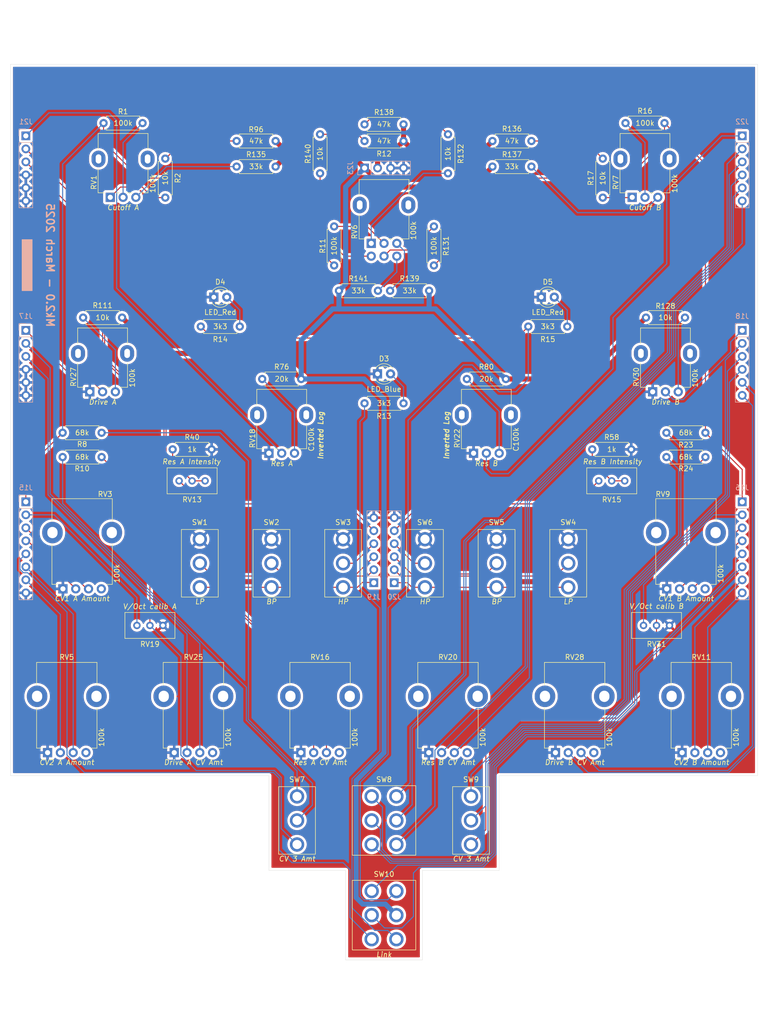
<source format=kicad_pcb>
(kicad_pcb (version 20241229) (generator "pcbnew") (generator_version "9.0")
  (title_block (rev "1") (company "DMH Instruments") (comment 1 "15cm Kosmo format synthesizer module PCB"))
  (layers (0 "F.Cu" signal) (2 "B.Cu" signal) (13 "F.Paste" user) (15 "B.Paste" user) (5 "F.SilkS" user "F.Silkscreen") (7 "B.SilkS" user "B.Silkscreen") (1 "F.Mask" user) (3 "B.Mask" user) (25 "Edge.Cuts" user))
  (net 0 "")
  (net 1 "GND")
  (net 2 "+12V")
  (net 3 "-12V")
  (net 4 "Net-(J15B-Pin_2)")
  (net 5 "Net-(J15A-Pin_1)")
  (net 6 "Net-(J16C-Pin_3)")
  (net 7 "/CV Processing/Link CV Switch")
  (net 8 "Net-(J16B-Pin_2)")
  (net 9 "/Drive A/Drive CV Input")
  (net 10 "Net-(J17C-Pin_3)")
  (net 11 "/Drive B/Drive CV Input")
  (net 12 "Net-(J18C-Pin_3)")
  (net 13 "/Drive A/Drive CV")
  (net 14 "Net-(J19A-Pin_1)")
  (net 15 "Net-(J19D-Pin_4)")
  (net 16 "Net-(J19B-Pin_2)")
  (net 17 "Net-(J19C-Pin_3)")
  (net 18 "Net-(J20B-Pin_2)")
  (net 19 "Net-(J20C-Pin_3)")
  (net 20 "Net-(J20D-Pin_4)")
  (net 21 "Net-(J20A-Pin_1)")
  (net 22 "Net-(J21A-Pin_1)")
  (net 23 "Net-(J21C-Pin_3)")
  (net 24 "Net-(R1-Pad1)")
  (net 25 "Net-(R2-Pad1)")
  (net 26 "Net-(J22C-Pin_3)")
  (net 27 "/Resonance A CV/Res CV")
  (net 28 "Net-(J17A-Pin_1)")
  (net 29 "Net-(R76-Pad1)")
  (net 30 "Net-(R17-Pad1)")
  (net 31 "Net-(J15G-Pin_7)")
  (net 32 "Net-(R111-Pad1)")
  (net 33 "Net-(R128-Pad1)")
  (net 34 "Net-(R16-Pad1)")
  (net 35 "Net-(D3-A)")
  (net 36 "Net-(D4-A)")
  (net 37 "Net-(D5-A)")
  (net 38 "/CV Processing/CV A")
  (net 39 "/Inputs and Outputs A/Res CV Jack")
  (net 40 "/CV Processing/CV2 A Input")
  (net 41 "/CV Processing/CV1 A Input")
  (net 42 "/Inputs and Outputs B/Res CV Jack")
  (net 43 "/CV Processing/CV2 B Input")
  (net 44 "/CV Processing/CV1 B Input")
  (net 45 "Net-(SW7-B)")
  (net 46 "Net-(SW7-A)")
  (net 47 "Net-(R11-Pad1)")
  (net 48 "Net-(R12-Pad1)")
  (net 49 "Net-(R13-Pad1)")
  (net 50 "Net-(R14-Pad1)")
  (net 51 "/CV Processing/CV B")
  (net 52 "Net-(SW9-B)")
  (net 53 "Net-(SW9-A)")
  (net 54 "Net-(R80-Pad1)")
  (net 55 "Net-(J15D-Pin_4)")
  (net 56 "Net-(J16G-Pin_7)")
  (net 57 "Net-(J18A-Pin_1)")
  (net 58 "Net-(J18E-Pin_5)")
  (net 59 "Net-(J18B-Pin_2)")
  (net 60 "Net-(J22A-Pin_1)")
  (net 61 "Net-(J22E-Pin_5)")
  (net 62 "Net-(J22B-Pin_2)")
  (net 63 "Net-(J16A-Pin_1)")
  (net 64 "Net-(R131-Pad1)")
  (net 65 "Net-(R132-Pad1)")
  (net 66 "Net-(J19E-Pin_5)")
  (net 67 "Net-(J20E-Pin_5)")
  (net 68 "Net-(R2-Pad2)")
  (net 69 "Net-(SW7-C)")
  (net 70 "Net-(R136-Pad2)")
  (net 71 "Net-(SW9-C)")
  (net 72 "Net-(R40-Pad1)")
  (net 73 "Net-(R58-Pad1)")
  (net 74 "Net-(R132-Pad2)")
  (net 75 "Net-(R137-Pad2)")
  (net 76 "Net-(R139-Pad1)")
  (net 77 "Net-(R140-Pad1)")
  (net 78 "Net-(R141-Pad2)")
  (net 79 "Net-(R135-Pad1)")
  (footprint "Resistor_THT:R_Axial_DIN0207_L6.3mm_D2.5mm_P7.62mm_Horizontal" (layer "F.Cu") (at 96.19 57.5)
    (property "Reference" "R12")
    (property "Value" "47k")
  )
  (footprint "SynthStuff:Potentiometer_TT_P110KH1" (layer "F.Cu") (at 60.25 177)
    (property "Reference" "RV25")
    (property "Value" "100k")
  )
  (footprint "LED_THT:LED_D3.0mm" (layer "F.Cu") (at 66.73 88)
    (property "Reference" "D4")
    (property "Value" "LED_Red")
  )
  (footprint "SynthStuff:Potentiometer_TT_P110KH1" (layer "F.Cu") (at 156.5 145)
    (property "Reference" "RV9")
    (property "Value" "100k")
  )
  (footprint "SynthStuff:Toggle_Switch_TE" (layer "F.Cu") (at 136 140)
    (property "Reference" "SW4")
    (property "Value" "SW_SPDT")
  )
  (footprint "SynthStuff:Potentiometer_TT_P110KH1" (layer "F.Cu") (at 159.5 177)
    (property "Reference" "RV11")
    (property "Value" "100k")
  )
  (footprint "Resistor_THT:R_Axial_DIN0207_L6.3mm_D2.5mm_P7.62mm_Horizontal" (layer "F.Cu") (at 112.5 63.81 90)
    (property "Reference" "R132")
    (property "Value" "10k")
  )
  (footprint "Resistor_THT:R_Axial_DIN0207_L6.3mm_D2.5mm_P7.62mm_Horizontal" (layer "F.Cu") (at 155.19 119.25)
    (property "Reference" "R24")
    (property "Value" "68k")
  )
  (footprint "SynthStuff:Potentiometer_Alpha_RD901F-40-00D_Single_Vertical" (layer "F.Cu") (at 148.5 68.5 90)
    (property "Reference" "RV7")
    (property "Value" "100k")
  )
  (footprint "Resistor_THT:R_Axial_DIN0207_L6.3mm_D2.5mm_P7.62mm_Horizontal" (layer "F.Cu") (at 121.19 57.5)
    (property "Reference" "R136")
    (property "Value" "47k")
  )
  (footprint "Potentiometer_THT:Potentiometer_Bourns_3296W_Vertical" (layer "F.Cu") (at 59.95 123.9 180)
    (property "Reference" "RV13")
    (property "Value" "50k" (hide yes))
  )
  (footprint "Resistor_THT:R_Axial_DIN0207_L6.3mm_D2.5mm_P7.62mm_Horizontal" (layer "F.Cu") (at 52.81 54 180)
    (property "Reference" "R1")
    (property "Value" "100k")
  )
  (footprint "Resistor_THT:R_Axial_DIN0207_L6.3mm_D2.5mm_P7.62mm_Horizontal" (layer "F.Cu") (at 96.19 54.25)
    (property "Reference" "R138")
    (property "Value" "47k")
  )
  (footprint "SynthStuff:Potentiometer_Alpha_RD901F-40-00D_Single_Vertical" (layer "F.Cu") (at 77.5 118.5 90)
    (property "Reference" "RV18")
    (property "Value" "C100k")
  )
  (footprint "Potentiometer_THT:Potentiometer_Bourns_3296W_Vertical" (layer "F.Cu") (at 51.71 152.15 180)
    (property "Reference" "RV19")
    (property "Value" "100k" (hide yes))
  )
  (footprint "Resistor_THT:R_Axial_DIN0207_L6.3mm_D2.5mm_P7.62mm_Horizontal" (layer "F.Cu") (at 90.25 74.19 -90)
    (property "Reference" "R11")
    (property "Value" "100k")
  )
  (footprint "Resistor_THT:R_Axial_DIN0207_L6.3mm_D2.5mm_P7.62mm_Horizontal" (layer "F.Cu") (at 96.19 108.75)
    (property "Reference" "R13")
    (property "Value" "3k3")
  )
  (footprint "Potentiometer_THT:Potentiometer_Bourns_3296W_Vertical" (layer "F.Cu") (at 141.96 123.9 180)
    (property "Reference" "RV15")
    (property "Value" "50k" (hide yes))
  )
  (footprint "Resistor_THT:R_Axial_DIN0207_L6.3mm_D2.5mm_P7.62mm_Horizontal" (layer "F.Cu") (at 37.19 119.25)
    (property "Reference" "R10")
    (property "Value" "68k")
  )
  (footprint "SynthStuff:Potentiometer_Alpha_RD901F-40-00D_Single_Vertical" (layer "F.Cu") (at 42.5 106.5 90)
    (property "Reference" "RV27")
    (property "Value" "100k")
  )
  (footprint "SynthStuff:Toggle_Switch_TE" (layer "F.Cu") (at 64 140)
    (property "Reference" "SW1")
    (property "Value" "SW_SPDT")
  )
  (footprint "Resistor_THT:R_Axial_DIN0207_L6.3mm_D2.5mm_P7.62mm_Horizontal" (layer "F.Cu") (at 71.19 62.5)
    (property "Reference" "R135")
    (property "Value" "33k")
  )
  (footprint "LED_THT:LED_D3.0mm" (layer "F.Cu") (at 130.73 88)
    (property "Reference" "D5")
    (property "Value" "LED_Red")
  )
  (footprint "SynthStuff:Toggle_Switch_TE" (layer "F.Cu") (at 108 140)
    (property "Reference" "SW6")
    (property "Value" "SW_SPDT")
  )
  (footprint "Resistor_THT:R_Axial_DIN0207_L6.3mm_D2.5mm_P7.62mm_Horizontal" (layer "F.Cu") (at 101.19 86.75)
    (property "Reference" "R139")
    (property "Value" "33k")
  )
  (footprint "SynthStuff:Potentiometer_TT_P110KH1" (layer "F.Cu") (at 110 177)
    (property "Reference" "RV20")
    (property "Value" "100k")
  )
  (footprint "SynthStuff:Potentiometer_Alpha_RD901F-40-00D_Single_Vertical" (layer "F.Cu") (at 117.5 118.5 90)
    (property "Reference" "RV22")
    (property "Value" "C100k")
  )
  (footprint "Resistor_THT:R_Axial_DIN0207_L6.3mm_D2.5mm_P7.62mm_Horizontal" (layer "F.Cu") (at 116.19 104)
    (property "Reference" "R80")
    (property "Value" "20k")
  )
  (footprint "Resistor_THT:R_Axial_DIN0207_L6.3mm_D2.5mm_P7.62mm_Horizontal" (layer "F.Cu") (at 58.69 117.75)
    (property "Reference" "R40")
    (property "Value" "1k")
  )
  (footprint "Resistor_THT:R_Axial_DIN0207_L6.3mm_D2.5mm_P7.62mm_Horizontal" (layer "F.Cu") (at 78.81 57.5 180)
    (property "Reference" "R96")
    (property "Value" "47k")
  )
  (footprint "Potentiometer_THT:Potentiometer_Bourns_3296W_Vertical" (layer "F.Cu") (at 150.71 152.15 180)
    (property "Reference" "RV31")
    (property "Value" "100k" (hide yes))
  )
  (footprint "SynthStuff:Toggle_Switch_TE" (layer "F.Cu") (at 122 140)
    (property "Reference" "SW5")
    (property "Value" "SW_SPDT")
  )
  (footprint "Resistor_THT:R_Axial_DIN0207_L6.3mm_D2.5mm_P7.62mm_Horizontal" (layer "F.Cu") (at 121.19 62.5)
    (property "Reference" "R137")
    (property "Value" "33k")
  )
  (footprint "Resistor_THT:R_Axial_DIN0207_L6.3mm_D2.5mm_P7.62mm_Horizontal" (layer "F.Cu") (at 142.75 68.56 90)
    (property "Reference" "R17")
    (property "Value" "10k")
  )
  (footprint "Resistor_THT:R_Axial_DIN0207_L6.3mm_D2.5mm_P7.62mm_Horizontal" (layer "F.Cu") (at 162.81 114.5 180)
    (property "Reference" "R23")
    (property "Value" "68k")
  )
  (footprint "Resistor_THT:R_Axial_DIN0207_L6.3mm_D2.5mm_P7.62mm_Horizontal" (layer "F.Cu") (at 41.19 92)
    (property "Reference" "R111")
    (property "Value" "10k")
  )
  (footprint "Resistor_THT:R_Axial_DIN0207_L6.3mm_D2.5mm_P7.62mm_Horizontal" (layer "F.Cu") (at 76.19 104)
    (property "Reference" "R76")
    (property "Value" "20k")
  )
  (footprint "SynthStuff:Toggle_Switch_TE" (layer "F.Cu") (at 92 140)
    (property "Reference" "SW3")
    (property "Value" "SW_SPDT")
  )
  (footprint "Resistor_THT:R_Axial_DIN0207_L6.3mm_D2.5mm_P7.62mm_Horizontal" (layer "F.Cu") (at 158.81 92 180)
    (property "Reference" "R128")
    (property "Value" "10k")
  )
  (footprint "SynthStuff:Potentiometer_TT_P110KH1" (layer "F.Cu") (at 85 177)
    (property "Reference" "RV16")
    (property "Value" "100k")
  )
  (footprint "SynthStuff:Potentiometer_TT_P110KH1" (layer "F.Cu") (at 134.75 177)
    (property "Reference" "RV28")
    (property "Value" "100k")
  )
  (footprint "LED_THT:LED_D3.0mm" (layer "F.Cu") (at 98.73 103)
    (property "Reference" "D3")
    (property "Value" "LED_Blue")
  )
  (footprint "SynthStuff:Toggle_Switch_2_Poles_TE" (layer "F.Cu") (at 100 190.25)
    (property "Reference" "SW8")
    (property "Value" "SW_DPDT_x2")
  )
  (footprint "Resistor_THT:R_Axial_DIN0207_L6.3mm_D2.5mm_P7.62mm_Horizontal" (layer "F.Cu") (at 37.19 114.5)
    (property "Reference" "R8")
    (property "Value" "68k")
  )
  (footprint "SynthStuff:Toggle_Switch_TE" (layer "F.Cu") (at 78 140)
    (property "Reference" "SW2")
    (property "Value" "SW_SPDT")
  )
  (footprint "Resistor_THT:R_Axial_DIN0207_L6.3mm_D2.5mm_P7.62mm_Horizontal" (layer "F.Cu") (at 140.69 117.75)
    (property "Reference" "R58")
    (property "Value" "1k")
  )
  (footprint "SynthStuff:Potentiometer_Alpha_RD901F-40-00D_Single_Vertical" (layer "F.Cu") (at 152.5 106.5 90)
    (property "Reference" "RV30")
    (property "Value" "100k")
  )
  (footprint "Resistor_THT:R_Axial_DIN0207_L6.3mm_D2.5mm_P7.62mm_Horizontal" (layer "F.Cu") (at 128.19 93.75)
    (property "Reference" "R15")
    (property "Value" "3k3")
  )
  (footprint "SynthStuff:Potentiometer_TT_P110KH1" (layer "F.Cu") (at 38.5 145)
    (property "Reference" "RV3")
    (property "Value" "100k")
  )
  (footprint "Resistor_THT:R_Axial_DIN0207_L6.3mm_D2.5mm_P7.62mm_Horizontal" (layer "F.Cu") (at 109.75 74.19 -90)
    (property "Reference" "R131")
    (property "Value" "100k")
  )
  (footprint "SynthStuff:Toggle_Switch_TE" (layer "F.Cu") (at 83 190.25)
    (property "Reference" "SW7")
    (property "Value" "SW_SPDT_OnOffOn" (hide yes))
  )
  (footprint "Potentiometer_THT:Potentiometer_Alpha_RD902F-40-00D_Dual_Vertical" (layer "F.Cu") (at 97.5 77.5 90)
    (property "Reference" "RV6")
    (property "Value" "100k")
  )
  (footprint "SynthStuff:Potentiometer_TT_P110KH1" (layer "F.Cu") (at 35.5 177)
    (property "Reference" "RV5")
    (property "Value" "100k")
  )
  (footprint "SynthStuff:Potentiometer_Alpha_RD901F-40-00D_Single_Vertical" (layer "F.Cu") (at 46.5 68.5 90)
    (property "Reference" "RV1")
    (property "Value" "100k")
  )
  (footprint "SynthStuff:Toggle_Switch_2_Poles_TE" (layer "F.Cu") (at 100 208.75)
    (property "Reference" "SW10")
    (property "Value" "SW_DPDT_OnOn")
  )
  (footprint "Resistor_THT:R_Axial_DIN0207_L6.3mm_D2.5mm_P7.62mm_Horizontal" (layer "F.Cu") (at 87.5 63.81 90)
    (property "Reference" "R140")
    (property "Value" "10k")
  )
  (footprint "Resistor_THT:R_Axial_DIN0207_L6.3mm_D2.5mm_P7.62mm_Horizontal" (layer "F.Cu") (at 57.25 68.56 90)
    (property "Reference" "R2")
    (property "Value" "10k")
  )
  (footprint "Resistor_THT:R_Axial_DIN0207_L6.3mm_D2.5mm_P7.62mm_Horizontal" (layer "F.Cu") (at 147.19 54)
    (property "Reference" "R16")
    (property "Value" "100k")
  )
  (footprint "Resistor_THT:R_Axial_DIN0207_L6.3mm_D2.5mm_P7.62mm_Horizontal" (layer "F.Cu") (at 64.19 93.75)
    (property "Reference" "R14")
    (property "Value" "3k3")
  )
  (footprint "Resistor_THT:R_Axial_DIN0207_L6.3mm_D2.5mm_P7.62mm_Horizontal" (layer "F.Cu") (at 91.19 86.75)
    (property "Reference" "R141")
    (property "Value" "33k")
  )
  (footprint "SynthStuff:Toggle_Switch_TE" (layer "F.Cu") (at 117 190.25)
    (property "Reference" "SW9")
    (property "Value" "SW_SPDT_OnOffOn" (hide yes))
  )
  (footprint "Connector_PinSocket_2.54mm:PinSocket_1x06_P2.54mm_Vertical" (layer "B.Cu") (at 170 94.5 180)
    (property "Reference" "J18")
    (property "Value" "Conn_01x06_PinHeader" (hide yes))
  )
  (footprint "Connector_PinSocket_2.54mm:PinSocket_1x08_P2.54mm_Vertical" (layer "B.Cu") (at 170 128 180)
    (property "Reference" "J16")
    (property "Value" "Conn_01x08_PinHeader" (hide yes))
  )
  (footprint "Connector_PinSocket_2.54mm:PinSocket_1x06_P2.54mm_Vertical" (layer "B.Cu") (at 102 143.8)
    (property "Reference" "J20")
    (property "Value" "Conn_01x06_PinHeader" (hide yes))
  )
  (footprint "Connector_PinSocket_2.54mm:PinSocket_1x04_P2.54mm_Vertical" (layer "B.Cu") (at 96.2 62.775 -90)
    (property "Reference" "J23")
    (property "Value" "Conn_01x04_PinHeader" (hide yes))
  )
  (footprint "Connector_PinSocket_2.54mm:PinSocket_1x06_P2.54mm_Vertical" (layer "B.Cu") (at 98 143.8)
    (property "Reference" "J19")
    (property "Value" "Conn_01x06_PinHeader" (hide yes))
  )
  (footprint "Connector_PinSocket_2.54mm:PinSocket_1x08_P2.54mm_Vertical" (layer "B.Cu") (at 30 128 180)
    (property "Reference" "J15")
    (property "Value" "Conn_01x08_PinHeader" (hide yes))
  )
  (footprint "Connector_PinSocket_2.54mm:PinSocket_1x06_P2.54mm_Vertical" (layer "B.Cu") (at 170 56.5 180)
    (property "Reference" "J22")
    (property "Value" "Conn_01x06_PinHeader" (hide yes))
  )
  (footprint "Connector_PinSocket_2.54mm:PinSocket_1x06_P2.54mm_Vertical" (layer "B.Cu") (at 30 56.5 180)
    (property "Reference" "J21")
    (property "Value" "Conn_01x06_PinHeader" (hide yes))
  )
  (footprint "Connector_PinSocket_2.54mm:PinSocket_1x06_P2.54mm_Vertical" (layer "B.Cu") (at 30 94.5 180)
    (property "Reference" "J17")
    (property "Value" "Conn_01x06_PinHeader" (hide yes))
  )
  (gr_rect (start 29.25 76.75) (end 31.25 86.75) (stroke (width 0.1)) (fill yes) (layer "B.SilkS"))
  (gr_line (start 122.5 200) (end 122.5 181.5) (stroke (width 0.05)) (layer "Edge.Cuts"))
  (gr_line (start 77.5 200) (end 92.5 200) (stroke (width 0.05)) (layer "Edge.Cuts"))
  (gr_line (start 27 181.5) (end 77.5 181.5) (stroke (width 0.05)) (layer "Edge.Cuts"))
  (gr_line (start 92.5 200) (end 92.5 217.5) (stroke (width 0.05)) (layer "Edge.Cuts"))
  (gr_line (start 173 42.5) (end 27 42.5) (stroke (width 0.05)) (layer "Edge.Cuts"))
  (gr_line (start 173 181.5) (end 173 42.5) (stroke (width 0.05)) (layer "Edge.Cuts"))
  (gr_line (start 92.5 217.5) (end 107.5 217.5) (stroke (width 0.05)) (layer "Edge.Cuts"))
  (gr_line (start 122.5 181.5) (end 173 181.5) (stroke (width 0.05)) (layer "Edge.Cuts"))
  (gr_line (start 107.5 200) (end 122.5 200) (stroke (width 0.05)) (layer "Edge.Cuts"))
  (gr_line (start 107.5 217.5) (end 107.5 200) (stroke (width 0.05)) (layer "Edge.Cuts"))
  (gr_line (start 77.5 181.5) (end 77.5 200) (stroke (width 0.05)) (layer "Edge.Cuts"))
  (gr_line (start 27 42.5) (end 27 181.5) (stroke (width 0.05)) (layer "Edge.Cuts"))
  (gr_text "Inverted Log" (at 112.8 119.8 90) (layer "F.SilkS") (effects (font (size 1 1) (thickness 0.2) (bold yes) (italic yes)) (justify left bottom)))
  (gr_text "Inverted Log" (at 88.2 119.8 90) (layer "F.SilkS") (effects (font (size 1 1) (thickness 0.2) (bold yes) (italic yes)) (justify left bottom)))
  (gr_text "Mk2.0 - March 2025" (at 34.75 81.75 270) (layer "B.SilkS") (effects (font (size 1.5 1.5) (thickness 0.3) (bold yes)) (justify mirror)))
  (segment (start 123.81 104) (end 139.19 104) (width 1) (layer "F.Cu") (net 2))
  (segment (start 80.56 60.75) (end 94.175 60.75) (width 1) (layer "F.Cu") (net 2))
  (segment (start 78.81 62.5) (end 80.56 60.75) (width 1) (layer "F.Cu") (net 2))
  (segment (start 55.81 99) (end 48.81 92) (width 1) (layer "F.Cu") (net 2))
  (segment (start 139.19 104) (end 151.19 92) (width 1) (layer "F.Cu") (net 2))
  (segment (start 78.81 99) (end 55.81 99) (width 1) (layer "F.Cu") (net 2))
  (segment (start 99.925 66.5) (end 117.25 66.5) (width 1) (layer "F.Cu") (net 2))
  (segment (start 117.25 66.5) (end 121.19 62.56) (width 1) (layer "F.Cu") (net 2))
  (segment (start 83.81 104) (end 78.81 99) (width 1) (layer "F.Cu") (net 2))
  (segment (start 94.175 60.75) (end 96.2 62.775) (width 1) (layer "F.Cu") (net 2))
  (segment (start 96.2 62.775) (end 99.925 66.5) (width 1) (layer "F.Cu") (net 2))
  (segment (start 121.19 62.56) (end 121.19 62.5) (width 1) (layer "F.Cu") (net 2))
  (segment (start 95.837 206.587) (end 100.25 206.587) (width 1) (layer "B.Cu") (net 2))
  (segment (start 123.81 104) (end 123.75 104) (width 1) (layer "B.Cu") (net 2))
  (segment (start 100.25 206.587) (end 102.413 208.75) (width 1) (layer "B.Cu") (net 2))
  (segment (start 92.5 66.475) (end 96.2 62.775) (width 1) (layer "B.Cu") (net 2))
  (segment (start 91.19 86.75) (end 91.19 90.25) (width 1) (layer "B.Cu") (net 2))
  (segment (start 94.55 205.3) (end 95.837 206.587) (width 1) (layer "B.Cu") (net 2))
  (segment (start 83.81 96.44) (end 83.81 104) (width 1) (layer "B.Cu") (net 2))
  (segment (start 48.81 91.94) (end 48.81 92) (width 1) (layer "B.Cu") (net 2))
  (segment (start 123.75 104) (end 110.06 90.31) (width 1) (layer "B.Cu") (net 2))
  (segment (start 100 107.9) (end 100 177) (width 1) (layer "B.Cu") (net 2))
  (segment (start 83.81 104) (end 96.1 104) (width 1) (layer "B.Cu") (net 2))
  (segment (start 110.06 90.31) (end 108.75 90.31) (width 1) (layer "B.Cu") (net 2))
  (segment (start 91.19 86.75) (end 92.5 85.44) (width 1) (layer "B.Cu") (net 2))
  (segment (start 89.94 90.31) (end 83.81 96.44) (width 1) (layer "B.Cu") (net 2))
  (segment (start 108.81 86.75) (end 108.81 90.25) (width 1) (layer "B.Cu") (net 2))
  (segment (start 91.25 90.31) (end 89.94 90.31) (width 1) (layer "B.Cu") (net 2))
  (segment (start 94.55 182.45) (end 94.55 205.3) (width 1) (layer "B.Cu") (net 2))
  (segment (start 108.75 90.31) (end 91.25 90.31) (width 1) (layer "B.Cu") (net 2))
  (segment (start 91.19 90.25) (end 91.25 90.31) (width 1) (layer "B.Cu") (net 2))
  (segment (start 100 177) (end 94.55 182.45) (width 1) (layer "B.Cu") (net 2))
  (segment (start 96.1 104) (end 100 107.9) (width 1) (layer "B.Cu") (net 2))
  (segment (start 92.5 85.44) (end 92.5 66.475) (width 1) (layer "B.Cu") (net 2))
  (segment (start 108.81 90.25) (end 108.75 90.31) (width 1) (layer "B.Cu") (net 2))
  (segment (start 98.74 59.26) (end 98.75 59.25) (width 1) (layer "F.Cu") (net 3))
  (segment (start 102.06 59.25) (end 103.81 57.5) (width 1) (layer "F.Cu") (net 3))
  (segment (start 103.81 57.5) (end 105.56 59.25) (width 1) (layer "F.Cu") (net 3))
  (segment (start 119.44 59.25) (end 121.19 57.5) (width 1) (layer "F.Cu") (net 3))
  (segment (start 105.56 59.25) (end 119.44 59.25) (width 1) (layer "F.Cu") (net 3))
  (segment (start 98.75 59.25) (end 102.06 59.25) (width 1) (layer "F.Cu") (net 3))
  (segment (start 103.81 57.5) (end 103.81 54.25) (width 1) (layer "F.Cu") (net 3))
  (segment (start 98.74 62.775) (end 98.74 59.26) (width 1) (layer "F.Cu") (net 3))
  (segment (start 78.81 57.5) (end 80.56 59.25) (width 1) (layer "F.Cu") (net 3))
  (segment (start 80.56 59.25) (end 98.75 59.25) (width 1) (layer "F.Cu") (net 3))
  (segment (start 35.54 130.54) (end 51.71 146.71) (width 0.2) (layer "B.Cu") (net 4))
  (segment (start 30 130.54) (end 35.54 130.54) (width 0.2) (layer "B.Cu") (net 4))
  (segment (start 51.71 146.71) (end 51.71 152.15) (width 0.2) (layer "B.Cu") (net 4))
  (segment (start 45.19 57.69) (end 52.25 64.75) (width 0.2) (layer "F.Cu") (net 5))
  (segment (start 45.19 54) (end 45.19 57.69) (width 0.2) (layer "F.Cu") (net 5))
  (segment (start 73.19 64.75) (end 52.25 64.75) (width 0.2) (layer "F.Cu") (net 5))
  (segment (start 37.19 114.5) (end 30 121.69) (width 0.2) (layer "F.Cu") (net 5))
  (segment (start 90.25 81.81) (end 73.19 64.75) (width 0.2) (layer "F.Cu") (net 5))
  (segment (start 30 121.69) (end 30 128) (width 0.2) (layer "F.Cu") (net 5))
  (segment (start 37.19 62) (end 37.19 114.5) (width 0.2) (layer "B.Cu") (net 5))
  (segment (start 45.19 54) (end 37.19 62) (width 0.2) (layer "B.Cu") (net 5))
  (segment (start 157.75 145) (end 169.67 133.08) (width 0.2) (layer "F.Cu") (net 6))
  (segment (start 169.67 133.08) (end 170 133.08) (width 0.2) (layer "B.Cu") (net 6))
  (segment (start 106.85 199.4) (end 105.75 200.5) (width 0.2) (layer "B.Cu") (net 7))
  (segment (start 121.9 179.9) (end 121.9 196.85) (width 0.2) (layer "B.Cu") (net 7))
  (segment (start 149.4 161.3) (end 149.4 167.6) (width 0.2) (layer "B.Cu") (net 7))
  (segment (start 121.9 196.85) (end 119.35 199.4) (width 0.2) (layer "B.Cu") (net 7))
  (segment (start 119.35 199.4) (end 106.85 199.4) (width 0.2) (layer "B.Cu") (net 7))
  (segment (start 105.75 209) (end 103.5 211.25) (width 0.2) (layer "B.Cu") (net 7))
  (segment (start 149.4 167.6) (end 143.1 173.9) (width 0.2) (layer "B.Cu") (net 7))
  (segment (start 127.9 173.9) (end 121.9 179.9) (width 0.2) (layer "B.Cu") (net 7))
  (segment (start 103.5 211.25) (end 100.087 211.25) (width 0.2) (layer "B.Cu") (net 7))
  (segment (start 100.087 211.25) (end 97.587 208.75) (width 0.2) (layer "B.Cu") (net 7))
  (segment (start 170 140.7) (end 149.4 161.3) (width 0.2) (layer "B.Cu") (net 7))
  (segment (start 143.1 173.9) (end 127.9 173.9) (width 0.2) (layer "B.Cu") (net 7))
  (segment (start 105.75 200.5) (end 105.75 209) (width 0.2) (layer "B.Cu") (net 7))
  (segment (start 150.71 152.15) (end 150.71 144.238472) (width 0.2) (layer "B.Cu") (net 8))
  (segment (start 150.71 144.238472) (end 164.408472 130.54) (width 0.2) (layer "B.Cu") (net 8))
  (segment (start 164.408472 130.54) (end 170 130.54) (width 0.2) (layer "B.Cu") (net 8))
  (segment (start 34.75 101.79) (end 34.75 126.45) (width 0.2) (layer "B.Cu") (net 9))
  (segment (start 30 97.04) (end 34.75 101.79) (width 0.2) (layer "B.Cu") (net 9))
  (segment (start 34.75 126.45) (end 64 155.7) (width 0.2) (layer "B.Cu") (net 9))
  (segment (start 64 155.7) (end 64 177) (width 0.2) (layer "B.Cu") (net 9))
  (segment (start 61.5 153.8) (end 61.5 177) (width 0.2) (layer "B.Cu") (net 10))
  (segment (start 34.35 126.65) (end 61.5 153.8) (width 0.2) (layer "B.Cu") (net 10))
  (segment (start 30 99.58) (end 34.35 103.93) (width 0.2) (layer "B.Cu") (net 10))
  (segment (start 34.35 103.93) (end 34.35 126.65) (width 0.2) (layer "B.Cu") (net 10))
  (segment (start 172 109.2) (end 172 175.684314) (width 0.2) (layer "B.Cu") (net 11))
  (segment (start 172 175.684314) (end 167.184314 180.5) (width 0.2) (layer "B.Cu") (net 11))
  (segment (start 170 107.2) (end 172 109.2) (width 0.2) (layer "B.Cu") (net 11))
  (segment (start 142 180.5) (end 138.5 177) (width 0.2) (layer "B.Cu") (net 11))
  (segment (start 167.184314 180.5) (end 142 180.5) (width 0.2) (layer "B.Cu") (net 11))
  (segment (start 101.45 198.2) (end 118.852942 198.2) (width 0.2) (layer "B.Cu") (net 12))
  (segment (start 120.7 196.352942) (end 120.7 179.3) (width 0.2) (layer "B.Cu") (net 12))
  (segment (start 142.587256 172.65) (end 148.15 167.087256) (width 0.2) (layer "B.Cu") (net 12))
  (segment (start 167.1 102.48) (end 170 99.58) (width 0.2) (layer "B.Cu") (net 12))
  (segment (start 127.35 172.65) (end 142.587256 172.65) (width 0.2) (layer "B.Cu") (net 12))
  (segment (start 99.287 191.95) (end 99.287 196.037) (width 0.2) (layer "B.Cu") (net 12))
  (segment (start 97.587 190.25) (end 99.287 191.95) (width 0.2) (layer "B.Cu") (net 12))
  (segment (start 167.1 126.715686) (end 167.1 102.48) (width 0.2) (layer "B.Cu") (net 12))
  (segment (start 118.852942 198.2) (end 120.7 196.352942) (width 0.2) (layer "B.Cu") (net 12))
  (segment (start 148.15 145.665686) (end 167.1 126.715686) (width 0.2) (layer "B.Cu") (net 12))
  (segment (start 99.287 196.037) (end 101.45 198.2) (width 0.2) (layer "B.Cu") (net 12))
  (segment (start 120.7 179.3) (end 127.35 172.65) (width 0.2) (layer "B.Cu") (net 12))
  (segment (start 148.15 167.087256) (end 148.15 145.665686) (width 0.2) (layer "B.Cu") (net 12))
  (segment (start 119.018628 198.6) (end 101.237 198.6) (width 0.2) (layer "B.Cu") (net 13))
  (segment (start 148.55 145.831372) (end 148.55 167.252942) (width 0.2) (layer "B.Cu") (net 13))
  (segment (start 127.55 173.05) (end 121.1 179.5) (width 0.2) (layer "B.Cu") (net 13))
  (segment (start 101.237 198.6) (end 97.587 194.95) (width 0.2) (layer "B.Cu") (net 13))
  (segment (start 167.5 126.881372) (end 148.55 145.831372) (width 0.2) (layer "B.Cu") (net 13))
  (segment (start 121.1 179.5) (end 121.1 196.518628) (width 0.2) (layer "B.Cu") (net 13))
  (segment (start 121.1 196.518628) (end 119.018628 198.6) (width 0.2) (layer "B.Cu") (net 13))
  (segment (start 167.5 104.62) (end 167.5 126.881372) (width 0.2) (layer "B.Cu") (net 13))
  (segment (start 142.752942 173.05) (end 127.55 173.05) (width 0.2) (layer "B.Cu") (net 13))
  (segment (start 170 102.12) (end 167.5 104.62) (width 0.2) (layer "B.Cu") (net 13))
  (segment (start 148.55 167.252942) (end 142.752942 173.05) (width 0.2) (layer "B.Cu") (net 13))
  (segment (start 94.8 144.7) (end 95.75 143.75) (width 0.2) (layer "F.Cu") (net 14))
  (segment (start 78 144.7) (end 92 144.7) (width 0.2) (layer "F.Cu") (net 14))
  (segment (start 64 144.7) (end 78 144.7) (width 0.2) (layer "F.Cu") (net 14))
  (segment (start 97.95 143.75) (end 98 143.8) (width 0.2) (layer "F.Cu") (net 14))
  (segment (start 95.75 143.75) (end 97.95 143.75) (width 0.2) (layer "F.Cu") (net 14))
  (segment (start 92 144.7) (end 94.8 144.7) (width 0.2) (layer "F.Cu") (net 14))
  (segment (start 94.18 140) (end 98 136.18) (width 0.2) (layer "F.Cu") (net 15))
  (segment (start 92 140) (end 94.18 140) (width 0.2) (layer "F.Cu") (net 15))
  (segment (start 66.5 142.5) (end 96.76 142.5) (width 0.2) (layer "F.Cu") (net 16))
  (segment (start 64 140) (end 66.5 142.5) (width 0.2) (layer "F.Cu") (net 16))
  (segment (start 96.76 142.5) (end 98 141.26) (width 0.2) (layer "F.Cu") (net 16))
  (segment (start 94.62 142.1) (end 98 138.72) (width 0.2) (layer "F.Cu") (net 17))
  (segment (start 78 140) (end 80.1 142.1) (width 0.2) (layer "F.Cu") (net 17))
  (segment (start 80.1 142.1) (end 94.62 142.1) (width 0.2) (layer "F.Cu") (net 17))
  (segment (start 133.5 142.5) (end 103.24 142.5) (width 0.2) (layer "F.Cu") (net 18))
  (segment (start 103.24 142.5) (end 102 141.26) (width 0.2) (layer "F.Cu") (net 18))
  (segment (start 136 140) (end 133.5 142.5) (width 0.2) (layer "F.Cu") (net 18))
  (segment (start 105.38 142.1) (end 102 138.72) (width 0.2) (layer "F.Cu") (net 19))
  (segment (start 122 140) (end 119.9 142.1) (width 0.2) (layer "F.Cu") (net 19))
  (segment (start 119.9 142.1) (end 105.38 142.1) (width 0.2) (layer "F.Cu") (net 19))
  (segment (start 105.82 140) (end 102 136.18) (width 0.2) (layer "F.Cu") (net 20))
  (segment (start 108 140) (end 105.82 140) (width 0.2) (layer "F.Cu") (net 20))
  (segment (start 108 144.7) (end 122 144.7) (width 0.2) (layer "F.Cu") (net 21))
  (segment (start 104.55 143.8) (end 105.45 144.7) (width 0.2) (layer "F.Cu") (net 21))
  (segment (start 105.45 144.7) (end 108 144.7) (width 0.2) (layer "F.Cu") (net 21))
  (segment (start 102 143.8) (end 104.55 143.8) (width 0.2) (layer "F.Cu") (net 21))
  (segment (start 122 144.7) (end 136 144.7) (width 0.2) (layer "F.Cu") (net 21))
  (segment (start 34.5 52) (end 46.25 52) (width 0.2) (layer "B.Cu") (net 22))
  (segment (start 46.25 52) (end 47.75 53.5) (width 0.2) (layer "B.Cu") (net 22))
  (segment (start 47.75 53.5) (end 47.75 86.25) (width 0.2) (layer "B.Cu") (net 22))
  (segment (start 30 56.5) (end 34.5 52) (width 0.2) (layer "B.Cu") (net 22))
  (segment (start 47.75 86.25) (end 80 118.5) (width 0.2) (layer "B.Cu") (net 22))
  (segment (start 57 112) (end 57 142.75) (width 0.2) (layer "F.Cu") (net 23))
  (segment (start 70.684314 148.5) (end 86.25 164.065686) (width 0.2) (layer "F.Cu") (net 23))
  (segment (start 45 76.58) (end 45 100) (width 0.2) (layer "F.Cu") (net 23))
  (segment (start 86.25 164.065686) (end 86.25 177) (width 0.2) (layer "F.Cu") (net 23))
  (segment (start 30 61.58) (end 45 76.58) (width 0.2) (layer "F.Cu") (net 23))
  (segment (start 57 142.75) (end 62.75 148.5) (width 0.2) (layer "F.Cu") (net 23))
  (segment (start 62.75 148.5) (end 70.684314 148.5) (width 0.2) (layer "F.Cu") (net 23))
  (segment (start 45 100) (end 57 112) (width 0.2) (layer "F.Cu") (net 23))
  (segment (start 49 57.81) (end 49 68.5) (width 0.2) (layer "B.Cu") (net 24))
  (segment (start 52.81 54) (end 49 57.81) (width 0.2) (layer "B.Cu") (net 24))
  (segment (start 52.75 66.5) (end 54.81 68.56) (width 0.2) (layer "F.Cu") (net 25))
  (segment (start 48.5 66.5) (end 52.75 66.5) (width 0.2) (layer "F.Cu") (net 25))
  (segment (start 46.5 68.5) (end 48.5 66.5) (width 0.2) (layer "F.Cu") (net 25))
  (segment (start 54.81 68.56) (end 57.25 68.56) (width 0.2) (layer "F.Cu") (net 25))
  (segment (start 155.8 98.97375) (end 122.77375 132) (width 0.2) (layer "B.Cu") (net 26))
  (segment (start 155.8 90.002942) (end 155.8 98.97375) (width 0.2) (layer "B.Cu") (net 26))
  (segment (start 116 161.75) (end 105.5 172.25) (width 0.2) (layer "B.Cu") (net 26))
  (segment (start 105.5 172.25) (end 105.5 187.163) (width 0.2) (layer "B.Cu") (net 26))
  (segment (start 122.77375 132) (end 119.815686 132) (width 0.2) (layer "B.Cu") (net 26))
  (segment (start 119.815686 132) (end 116 135.815686) (width 0.2) (layer "B.Cu") (net 26))
  (segment (start 167.45 78.352942) (end 155.8 90.002942) (width 0.2) (layer "B.Cu") (net 26))
  (segment (start 105.5 187.163) (end 102.413 190.25) (width 0.2) (layer "B.Cu") (net 26))
  (segment (start 116 135.815686) (end 116 161.75) (width 0.2) (layer "B.Cu") (net 26))
  (segment (start 167.45 64.13) (end 167.45 78.352942) (width 0.2) (layer "B.Cu") (net 26))
  (segment (start 170 61.58) (end 167.45 64.13) (width 0.2) (layer "B.Cu") (net 26))
  (segment (start 119.284314 168.4) (end 118.05 168.4) (width 0.2) (layer "B.Cu") (net 27))
  (segment (start 167.85 78.518628) (end 156.2 90.168628) (width 0.2) (layer "B.Cu") (net 27))
  (segment (start 109.95 187.413) (end 102.413 194.95) (width 0.2) (layer "B.Cu") (net 27))
  (segment (start 167.85 66.27) (end 167.85 78.518628) (width 0.2) (layer "B.Cu") (net 27))
  (segment (start 170 64.12) (end 167.85 66.27) (width 0.2) (layer "B.Cu") (net 27))
  (segment (start 109.95 176.5) (end 109.95 187.413) (width 0.2) (layer "B.Cu") (net 27))
  (segment (start 127.6 127.739436) (end 127.6 160.084314) (width 0.2) (layer "B.Cu") (net 27))
  (segment (start 156.2 90.168628) (end 156.2 99.139436) (width 0.2) (layer "B.Cu") (net 27))
  (segment (start 156.2 99.139436) (end 127.6 127.739436) (width 0.2) (layer "B.Cu") (net 27))
  (segment (start 127.6 160.084314) (end 119.284314 168.4) (width 0.2) (layer "B.Cu") (net 27))
  (segment (start 118.05 168.4) (end 109.95 176.5) (width 0.2) (layer "B.Cu") (net 27))
  (segment (start 30 94.5) (end 38.75 103.25) (width 0.2) (layer "F.Cu") (net 28))
  (segment (start 41.75 103.25) (end 45 106.5) (width 0.2) (layer "F.Cu") (net 28))
  (segment (start 38.75 103.25) (end 41.75 103.25) (width 0.2) (layer "F.Cu") (net 28))
  (segment (start 82.5 110.31) (end 82.5 118.5) (width 0.2) (layer "B.Cu") (net 29))
  (segment (start 76.19 104) (end 82.5 110.31) (width 0.2) (layer "B.Cu") (net 29))
  (segment (start 148.44 68.56) (end 148.5 68.5) (width 0.2) (layer "F.Cu") (net 30))
  (segment (start 142.75 68.56) (end 148.44 68.56) (width 0.2) (layer "F.Cu") (net 30))
  (segment (start 36.75 149.99) (end 36.75 177) (width 0.2) (layer "B.Cu") (net 31))
  (segment (start 30 143.24) (end 36.75 149.99) (width 0.2) (layer "B.Cu") (net 31))
  (segment (start 41.19 92) (end 47.5 98.31) (width 0.2) (layer "B.Cu") (net 32))
  (segment (start 47.5 98.31) (end 47.5 106.5) (width 0.2) (layer "B.Cu") (net 32))
  (segment (start 158.81 92) (end 157.5 93.31) (width 0.2) (layer "B.Cu") (net 33))
  (segment (start 157.5 93.31) (end 157.5 106.5) (width 0.2) (layer "B.Cu") (net 33))
  (segment (start 147.19 54) (end 151 57.81) (width 0.2) (layer "B.Cu") (net 34))
  (segment (start 151 57.81) (end 151 68.5) (width 0.2) (layer "B.Cu") (net 34))
  (segment (start 103.81 108.75) (end 103.81 105.54) (width 0.2) (layer "B.Cu") (net 35))
  (segment (start 103.81 105.54) (end 101.27 103) (width 0.2) (layer "B.Cu") (net 35))
  (segment (start 71.81 93.75) (end 71.81 90.54) (width 0.2) (layer "B.Cu") (net 36))
  (segment (start 71.81 90.54) (end 69.27 88) (width 0.2) (layer "B.Cu") (net 36))
  (segment (start 135.81 93.75) (end 135.81 90.54) (width 0.2) (layer "B.Cu") (net 37))
  (segment (start 135.81 90.54) (end 133.27 88) (width 0.2) (layer "B.Cu") (net 37))
  (segment (start 38.05 149.55) (end 30.35 141.85) (width 0.2) (layer "B.Cu") (net 38))
  (segment (start 78.4 180.9) (end 41.452943 180.9) (width 0.2) (layer "B.Cu") (net 38))
  (segment (start 41.452943 180.9) (end 38.05 177.497057) (width 0.2) (layer "B.Cu") (net 38))
  (segment (start 30.35 141.85) (end 29.523654 141.85) (width 0.2) (layer "B.Cu") (net 38))
  (segment (start 29.523654 141.85) (end 28.85 141.176346) (width 0.2) (layer "B.Cu") (net 38))
  (segment (start 97.587 213.45) (end 93.35 209.213) (width 0.2) (layer "B.Cu") (net 38))
  (segment (start 93.35 199.85) (end 92 198.5) (width 0.2) (layer "B.Cu") (net 38))
  (segment (start 79.5 196) (end 79.5 182) (width 0.2) (layer "B.Cu") (net 38))
  (segment (start 28.85 139.31) (end 30 138.16) (width 0.2) (layer "B.Cu") (net 38))
  (segment (start 38.05 177.497057) (end 38.05 149.55) (width 0.2) (layer "B.Cu") (net 38))
  (segment (start 92 198.5) (end 82 198.5) (width 0.2) (layer "B.Cu") (net 38))
  (segment (start 82 198.5) (end 79.5 196) (width 0.2) (layer "B.Cu") (net 38))
  (segment (start 93.35 209.213) (end 93.35 199.85) (width 0.2) (layer "B.Cu") (net 38))
  (segment (start 28.85 141.176346) (end 28.85 139.31) (width 0.2) (layer "B.Cu") (net 38))
  (segment (start 79.5 182) (end 78.4 180.9) (width 0.2) (layer "B.Cu") (net 38))
  (segment (start 30 59.04) (end 45.4 74.44) (width 0.2) (layer "F.Cu") (net 39))
  (segment (start 57.4 142.584314) (end 62.915686 148.1) (width 0.2) (layer "F.Cu") (net 39))
  (segment (start 57.4 111.834314) (end 57.4 142.584314) (width 0.2) (layer "F.Cu") (net 39))
  (segment (start 62.915686 148.1) (end 70.85 148.1) (width 0.2) (layer "F.Cu") (net 39))
  (segment (start 45.4 74.44) (end 45.4 99.834314) (width 0.2) (layer "F.Cu") (net 39))
  (segment (start 45.4 99.834314) (end 57.4 111.834314) (width 0.2) (layer "F.Cu") (net 39))
  (segment (start 88.75 166) (end 88.75 177) (width 0.2) (layer "F.Cu") (net 39))
  (segment (start 70.85 148.1) (end 88.75 166) (width 0.2) (layer "F.Cu") (net 39))
  (segment (start 30 140.7) (end 39.25 149.95) (width 0.2) (layer "B.Cu") (net 40))
  (segment (start 39.25 149.95) (end 39.25 177) (width 0.2) (layer "B.Cu") (net 40))
  (segment (start 30 133.08) (end 41.92 145) (width 0.2) (layer "F.Cu") (net 41))
  (segment (start 41.92 145) (end 42.25 145) (width 0.2) (layer "F.Cu") (net 41))
  (segment (start 157 99.470808) (end 128.4 128.070808) (width 0.2) (layer "B.Cu") (net 42))
  (segment (start 170 77.5) (end 157 90.5) (width 0.2) (layer "B.Cu") (net 42))
  (segment (start 128.4 128.070808) (end 128.4 162.35) (width 0.2) (layer "B.Cu") (net 42))
  (segment (start 157 90.5) (end 157 99.470808) (width 0.2) (layer "B.Cu") (net 42))
  (segment (start 170 69.2) (end 170 77.5) (width 0.2) (layer "B.Cu") (net 42))
  (segment (start 128.4 162.35) (end 113.75 177) (width 0.2) (layer "B.Cu") (net 42))
  (segment (start 163.25 152.53) (end 163.25 177) (width 0.2) (layer "B.Cu") (net 43))
  (segment (start 170 145.78) (end 163.25 152.53) (width 0.2) (layer "B.Cu") (net 43))
  (segment (start 160.25 145) (end 169.63 135.62) (width 0.2) (layer "F.Cu") (net 44))
  (segment (start 169.63 135.62) (end 170 135.62) (width 0.2) (layer "B.Cu") (net 44))
  (segment (start 86 183) (end 86 187.25) (width 0.2) (layer "B.Cu") (net 45))
  (segment (start 73.5 120) (end 73.5 170.5) (width 0.2) (layer "B.Cu") (net 45))
  (segment (start 44.81 114.5) (end 68 114.5) (width 0.2) (layer "B.Cu") (net 45))
  (segment (start 73.5 170.5) (end 86 183) (width 0.2) (layer "B.Cu") (net 45))
  (segment (start 86 187.25) (end 83 190.25) (width 0.2) (layer "B.Cu") (net 45))
  (segment (start 68 114.5) (end 73.5 120) (width 0.2) (layer "B.Cu") (net 45))
  (segment (start 44.81 119.25) (end 54.25 128.69) (width 0.2) (layer "F.Cu") (net 46))
  (segment (start 54.25 128.69) (end 54.25 152.15) (width 0.2) (layer "F.Cu") (net 46))
  (segment (start 79.901 181.8339) (end 79.901 191.851) (width 0.2) (layer "B.Cu") (net 46))
  (segment (start 60.299 158.199) (end 60.299 177.497471) (width 0.2) (layer "B.Cu") (net 46))
  (segment (start 54.25 152.15) (end 60.299 158.199) (width 0.2) (layer "B.Cu") (net 46))
  (segment (start 63.300529 180.499) (end 78.5661 180.499) (width 0.2) (layer "B.Cu") (net 46))
  (segment (start 79.901 191.851) (end 83 194.95) (width 0.2) (layer "B.Cu") (net 46))
  (segment (start 78.5661 180.499) (end 79.901 181.8339) (width 0.2) (layer "B.Cu") (net 46))
  (segment (start 60.299 177.497471) (end 63.300529 180.499) (width 0.2) (layer "B.Cu") (net 46))
  (segment (start 96.69 74.19) (end 100 77.5) (width 0.2) (layer "F.Cu") (net 47))
  (segment (start 90.25 74.19) (end 96.69 74.19) (width 0.2) (layer "F.Cu") (net 47))
  (segment (start 94.88 56.19) (end 96.19 57.5) (width 0.2) (layer "F.Cu") (net 48))
  (segment (start 87.5 56.19) (end 94.88 56.19) (width 0.2) (layer "F.Cu") (net 48))
  (segment (start 93.75 207.317164) (end 98.182836 211.75) (width 0.2) (layer "B.Cu") (net 49))
  (segment (start 96.19 108.75) (end 96.19 111.41) (width 0.2) (layer "B.Cu") (net 49))
  (segment (start 99.2 148.7) (end 99.2 176.66863) (width 0.2) (layer "B.Cu") (net 49))
  (segment (start 93.75 182.11863) (end 93.75 207.317164) (width 0.2) (layer "B.Cu") (net 49))
  (segment (start 95.3 112.3) (end 95.3 144.8) (width 0.2) (layer "B.Cu") (net 49))
  (segment (start 96.19 111.41) (end 95.3 112.3) (width 0.2) (layer "B.Cu") (net 49))
  (segment (start 99.2 176.66863) (end 93.75 182.11863) (width 0.2) (layer "B.Cu") (net 49))
  (segment (start 100.713 211.75) (end 102.413 213.45) (width 0.2) (layer "B.Cu") (net 49))
  (segment (start 98.182836 211.75) (end 100.713 211.75) (width 0.2) (layer "B.Cu") (net 49))
  (segment (start 95.3 144.8) (end 99.2 148.7) (width 0.2) (layer "B.Cu") (net 49))
  (segment (start 64.19 93.75) (end 66.44 96) (width 0.2) (layer "F.Cu") (net 50))
  (segment (start 125.94 96) (end 128.19 93.75) (width 0.2) (layer "F.Cu") (net 50))
  (segment (start 66.44 96) (end 125.94 96) (width 0.2) (layer "F.Cu") (net 50))
  (segment (start 128.19 104.06) (end 125.75 106.5) (width 0.2) (layer "B.Cu") (net 50))
  (segment (start 104.7 144.8) (end 100.8 148.7) (width 0.2) (layer "B.Cu") (net 50))
  (segment (start 96.13137 205.75) (end 100.713 205.75) (width 0.2) (layer "B.Cu") (net 50))
  (segment (start 128.19 93.75) (end 128.19 104.06) (width 0.2) (layer "B.Cu") (net 50))
  (segment (start 122.5 106.5) (end 117.25 101.25) (width 0.2) (layer "B.Cu") (net 50))
  (segment (start 115.5 101.25) (end 104.7 112.05) (width 0.2) (layer "B.Cu") (net 50))
  (segment (start 117.25 101.25) (end 115.5 101.25) (width 0.2) (layer "B.Cu") (net 50))
  (segment (start 100.8 148.7) (end 100.8 177.33137) (width 0.2) (layer "B.Cu") (net 50))
  (segment (start 104.7 112.05) (end 104.7 144.8) (width 0.2) (layer "B.Cu") (net 50))
  (segment (start 100.8 177.33137) (end 95.35 182.78137) (width 0.2) (layer "B.Cu") (net 50))
  (segment (start 125.75 106.5) (end 122.5 106.5) (width 0.2) (layer "B.Cu") (net 50))
  (segment (start 95.35 204.96863) (end 96.13137 205.75) (width 0.2) (layer "B.Cu") (net 50))
  (segment (start 95.35 182.78137) (end 95.35 204.96863) (width 0.2) (layer "B.Cu") (net 50))
  (segment (start 100.713 205.75) (end 102.413 204.05) (width 0.2) (layer "B.Cu") (net 50))
  (segment (start 168.75 141.384314) (end 168.75 139.41) (width 0.2) (layer "B.Cu") (net 51))
  (segment (start 142.9 173.5) (end 149 167.4) (width 0.2) (layer "B.Cu") (net 51))
  (segment (start 97.587 204.05) (end 102.637 199) (width 0.2) (layer "B.Cu") (net 51))
  (segment (start 102.637 199) (end 119.184314 199) (width 0.2) (layer "B.Cu") (net 51))
  (segment (start 127.7 173.5) (end 142.9 173.5) (width 0.2) (layer "B.Cu") (net 51))
  (segment (start 121.5 196.684314) (end 121.5 179.7) (width 0.2) (layer "B.Cu") (net 51))
  (segment (start 149 167.4) (end 149 161.134314) (width 0.2) (layer "B.Cu") (net 51))
  (segment (start 121.5 179.7) (end 127.7 173.5) (width 0.2) (layer "B.Cu") (net 51))
  (segment (start 168.75 139.41) (end 170 138.16) (width 0.2) (layer "B.Cu") (net 51))
  (segment (start 119.184314 199) (end 121.5 196.684314) (width 0.2) (layer "B.Cu") (net 51))
  (segment (start 149 161.134314) (end 168.75 141.384314) (width 0.2) (layer "B.Cu") (net 51))
  (segment (start 127.35 171.848) (end 127.0178 171.848) (width 0.2) (layer "B.Cu") (net 52))
  (segment (start 147.348 145.665686) (end 147.348 145.997886) (width 0.2) (layer "B.Cu") (net 52))
  (segment (start 127.0178 171.848) (end 126.7829 172.0829) (width 0.2) (layer "B.Cu") (net 52))
  (segment (start 147.348 145.333486) (end 147.348 145.665686) (width 0.2) (layer "B.Cu") (net 52))
  (segment (start 147.8178 144.863686) (end 147.5829 145.098586) (width 0.2) (layer "B.Cu") (net 52))
  (segment (start 120.1329 178.7329) (end 119.898 178.9678) (width 0.2) (layer "B.Cu") (net 52))
  (segment (start 147.348 145.997886) (end 147.348 166.755056) (width 0.2) (layer "B.Cu") (net 52))
  (segment (start 119.898 179.6322) (end 119.898 187.352) (width 0.2) (layer "B.Cu") (net 52))
  (segment (start 119.898 187.352) (end 117 190.25) (width 0.2) (layer "B.Cu") (net 52))
  (segment (start 155.19 114.5) (end 158 117.31) (width 0.2) (layer "B.Cu") (net 52))
  (segment (start 119.898 178.9678) (end 119.898 179.3) (width 0.2) (layer "B.Cu") (net 52))
  (segment (start 158 117.31) (end 158 134.681486) (width 0.2) (layer "B.Cu") (net 52))
  (segment (start 126.548 172.3178) (end 120.3678 178.498) (width 0.2) (layer "B.Cu") (net 52))
  (segment (start 126.7829 172.0829) (end 126.548 172.3178) (width 0.2) (layer "B.Cu") (net 52))
  (segment (start 147.5829 145.098586) (end 147.348 145.333486) (width 0.2) (layer "B.Cu") (net 52))
  (segment (start 120.3678 178.498) (end 120.1329 178.7329) (width 0.2) (layer "B.Cu") (net 52))
  (segment (start 127.6822 171.848) (end 127.35 171.848) (width 0.2) (layer "B.Cu") (net 52))
  (segment (start 142.255056 171.848) (end 127.6822 171.848) (width 0.2) (layer "B.Cu") (net 52))
  (segment (start 147.348 166.755056) (end 142.255056 171.848) (width 0.2) (layer "B.Cu") (net 52))
  (segment (start 119.898 179.3) (end 119.898 179.6322) (width 0.2) (layer "B.Cu") (net 52))
  (segment (start 158 134.681486) (end 147.8178 144.863686) (width 0.2) (layer "B.Cu") (net 52))
  (segment (start 126.124971 170.275029) (end 145.624971 170.275029) (width 0.2) (layer "F.Cu") (net 53))
  (segment (start 153.25 162.65) (end 153.25 152.15) (width 0.2) (layer "F.Cu") (net 53))
  (segment (start 145.624971 170.275029) (end 153.25 162.65) (width 0.2) (layer "F.Cu") (net 53))
  (segment (start 153.25 142.65) (end 159.2 136.7) (width 0.2) (layer "F.Cu") (net 53))
  (segment (start 117 194.95) (end 119.9 192.05) (width 0.2) (layer "F.Cu") (net 53))
  (segment (start 119.9 192.05) (end 119.9 176.5) (width 0.2) (layer "F.Cu") (net 53))
  (segment (start 159.2 136.7) (end 159.2 122.86) (width 0.2) (layer "F.Cu") (net 53))
  (segment (start 159.2 122.86) (end 162.81 119.25) (width 0.2) (layer "F.Cu") (net 53))
  (segment (start 153.25 152.15) (end 153.25 142.65) (width 0.2) (layer "F.Cu") (net 53))
  (segment (start 119.9 176.5) (end 126.124971 170.275029) (width 0.2) (layer "F.Cu") (net 53))
  (segment (start 122.5 110.31) (end 122.5 118.5) (width 0.2) (layer "B.Cu") (net 54))
  (segment (start 116.19 104) (end 122.5 110.31) (width 0.2) (layer "B.Cu") (net 54))
  (segment (start 30 135.62) (end 30.37 135.62) (width 0.2) (layer "F.Cu") (net 55))
  (segment (start 30.37 135.62) (end 39.75 145) (width 0.2) (layer "F.Cu") (net 55))
  (segment (start 160.75 152.49) (end 160.75 177) (width 0.2) (layer "B.Cu") (net 56))
  (segment (start 170 143.24) (end 160.75 152.49) (width 0.2) (layer "B.Cu") (net 56))
  (segment (start 167.75 98.723528) (end 167.75 96.75) (width 0.2) (layer "B.Cu") (net 57))
  (segment (start 167.75 96.75) (end 170 94.5) (width 0.2) (layer "B.Cu") (net 57))
  (segment (start 155 106.5) (end 156.5 108) (width 0.2) (layer "B.Cu") (net 57))
  (segment (start 156.5 108) (end 158.473528 108) (width 0.2) (layer "B.Cu") (net 57))
  (segment (start 158.473528 108) (end 167.75 98.723528) (width 0.2) (layer "B.Cu") (net 57))
  (segment (start 170 104.66) (end 172.4 107.06) (width 0.2) (layer "B.Cu") (net 58))
  (segment (start 167.35 180.9) (end 139.9 180.9) (width 0.2) (layer "B.Cu") (net 58))
  (segment (start 139.9 180.9) (end 136 177) (width 0.2) (layer "B.Cu") (net 58))
  (segment (start 172.4 107.06) (end 172.4 175.85) (width 0.2) (layer "B.Cu") (net 58))
  (segment (start 172.4 175.85) (end 167.35 180.9) (width 0.2) (layer "B.Cu") (net 58))
  (segment (start 147.9839 145.264686) (end 147.749 145.499586) (width 0.2) (layer "B.Cu") (net 59))
  (segment (start 126.949 172.4839) (end 120.5339 178.899) (width 0.2) (layer "B.Cu") (net 59))
  (segment (start 120.5339 178.899) (end 120.299 179.1339) (width 0.2) (layer "B.Cu") (net 59))
  (segment (start 147.749 145.831786) (end 147.749 166.921156) (width 0.2) (layer "B.Cu") (net 59))
  (segment (start 127.1839 172.249) (end 126.949 172.4839) (width 0.2) (layer "B.Cu") (net 59))
  (segment (start 147.749 145.499586) (end 147.749 145.831786) (width 0.2) (layer "B.Cu") (net 59))
  (segment (start 166.7 100.34) (end 166.7 102.3129) (width 0.2) (layer "B.Cu") (net 59))
  (segment (start 120.299 179.1339) (end 120.299 179.4661) (width 0.2) (layer "B.Cu") (net 59))
  (segment (start 170 97.04) (end 166.7 100.34) (width 0.2) (layer "B.Cu") (net 59))
  (segment (start 142.421156 172.249) (end 127.5161 172.249) (width 0.2) (layer "B.Cu") (net 59))
  (segment (start 166.699 102.6461) (end 166.699 126.549586) (width 0.2) (layer "B.Cu") (net 59))
  (segment (start 166.699 102.3139) (end 166.699 102.6461) (width 0.2) (layer "B.Cu") (net 59))
  (segment (start 166.7 102.3129) (end 166.699 102.3139) (width 0.2) (layer "B.Cu") (net 59))
  (segment (start 118.686842 197.799) (end 101.6161 197.799) (width 0.2) (layer "B.Cu") (net 59))
  (segment (start 99.688 191.7839) (end 99.687 191.7829) (width 0.2) (layer "B.Cu") (net 59))
  (segment (start 166.699 126.549586) (end 147.9839 145.264686) (width 0.2) (layer "B.Cu") (net 59))
  (segment (start 101.6161 197.799) (end 99.688 195.8709) (width 0.2) (layer "B.Cu") (net 59))
  (segment (start 127.5161 172.249) (end 127.1839 172.249) (width 0.2) (layer "B.Cu") (net 59))
  (segment (start 99.687 191.7829) (end 99.687 187.65) (width 0.2) (layer "B.Cu") (net 59))
  (segment (start 147.749 166.921156) (end 142.421156 172.249) (width 0.2) (layer "B.Cu") (net 59))
  (segment (start 99.688 192.1161) (end 99.688 191.7839) (width 0.2) (layer "B.Cu") (net 59))
  (segment (start 99.688 195.8709) (end 99.688 192.1161) (width 0.2) (layer "B.Cu") (net 59))
  (segment (start 99.687 187.65) (end 97.587 185.55) (width 0.2) (layer "B.Cu") (net 59))
  (segment (start 120.299 196.186842) (end 118.686842 197.799) (width 0.2) (layer "B.Cu") (net 59))
  (segment (start 120.299 179.4661) (end 120.299 196.186842) (width 0.2) (layer "B.Cu") (net 59))
  (segment (start 124.25 122.5) (end 121 122.5) (width 0.2) (layer "B.Cu") (net 60))
  (segment (start 121 122.5) (end 120 121.5) (width 0.2) (layer "B.Cu") (net 60))
  (segment (start 166 56.5) (end 155.25 67.25) (width 0.2) (layer "B.Cu") (net 60))
  (segment (start 170 56.5) (end 166 56.5) (width 0.2) (layer "B.Cu") (net 60))
  (segment (start 120 121.5) (end 120 118.5) (width 0.2) (layer "B.Cu") (net 60))
  (segment (start 144.75 92) (end 144.75 102) (width 0.2) (layer "B.Cu") (net 60))
  (segment (start 155.25 67.25) (end 155.25 81.5) (width 0.2) (layer "B.Cu") (net 60))
  (segment (start 155.25 81.5) (end 144.75 92) (width 0.2) (layer "B.Cu") (net 60))
  (segment (start 144.75 102) (end 124.25 122.5) (width 0.2) (layer "B.Cu") (net 60))
  (segment (start 156.6 99.305122) (end 128 127.905122) (width 0.2) (layer "B.Cu") (net 61))
  (segment (start 170 66.66) (end 168.25 68.41) (width 0.2) (layer "B.Cu") (net 61))
  (segment (start 128 160.25) (end 111.25 177) (width 0.2) (layer "B.Cu") (net 61))
  (segment (start 168.25 78.684314) (end 156.6 90.334314) (width 0.2) (layer "B.Cu") (net 61))
  (segment (start 128 127.905122) (end 128 160.25) (width 0.2) (layer "B.Cu") (net 61))
  (segment (start 168.25 68.41) (end 168.25 78.684314) (width 0.2) (layer "B.Cu") (net 61))
  (segment (start 156.6 90.334314) (end 156.6 99.305122) (width 0.2) (layer "B.Cu") (net 61))
  (segment (start 119.65 131.6) (end 115.6 135.65) (width 0.2) (layer "B.Cu") (net 62))
  (segment (start 105.1 172.084314) (end 105.1 182.863) (width 0.2) (layer "B.Cu") (net 62))
  (segment (start 170 59.04) (end 167.05 61.99) (width 0.2) (layer "B.Cu") (net 62))
  (segment (start 155.4 98.808064) (end 122.608064 131.6) (width 0.2) (layer "B.Cu") (net 62))
  (segment (start 115.6 135.65) (end 115.6 161.584314) (width 0.2) (layer "B.Cu") (net 62))
  (segment (start 167.05 78.187256) (end 155.4 89.837256) (width 0.2) (layer "B.Cu") (net 62))
  (segment (start 167.05 61.99) (end 167.05 78.187256) (width 0.2) (layer "B.Cu") (net 62))
  (segment (start 155.4 89.837256) (end 155.4 98.808064) (width 0.2) (layer "B.Cu") (net 62))
  (segment (start 122.608064 131.6) (end 119.65 131.6) (width 0.2) (layer "B.Cu") (net 62))
  (segment (start 105.1 182.863) (end 102.413 185.55) (width 0.2) (layer "B.Cu") (net 62))
  (segment (start 115.6 161.584314) (end 105.1 172.084314) (width 0.2) (layer "B.Cu") (net 62))
  (segment (start 162.81 114.5) (end 170 121.69) (width 0.2) (layer "F.Cu") (net 63))
  (segment (start 126.81 64.75) (end 147.5 64.75) (width 0.2) (layer "F.Cu") (net 63))
  (segment (start 162.81 62) (end 162.81 114.5) (width 0.2) (layer "F.Cu") (net 63))
  (segment (start 154.81 57.44) (end 154.81 54) (width 0.2) (layer "F.Cu") (net 63))
  (segment (start 147.5 64.75) (end 154.81 57.44) (width 0.2) (layer "F.Cu") (net 63))
  (segment (start 154.81 54) (end 162.81 62) (width 0.2) (layer "F.Cu") (net 63))
  (segment (start 109.75 81.81) (end 126.81 64.75) (width 0.2) (layer "F.Cu") (net 63))
  (segment (start 170 121.69) (end 170 128) (width 0.2) (layer "F.Cu") (net 63))
  (segment (start 109.75 74.44) (end 109.81 74.44) (width 0.2) (layer "F.Cu") (net 64))
  (segment (start 105.141 78.799) (end 109.75 74.19) (width 0.2) (layer "F.Cu") (net 64))
  (segment (start 101.201 78.799) (end 105.141 78.799) (width 0.2) (layer "F.Cu") (net 64))
  (segment (start 100 80) (end 101.201 78.799) (width 0.2) (layer "F.Cu") (net 64))
  (segment (start 107.69 63.81) (end 112.5 63.81) (width 0.2) (layer "B.Cu") (net 65))
  (segment (start 97.5 74) (end 107.69 63.81) (width 0.2) (layer "B.Cu") (net 65))
  (segment (start 97.5 77.5) (end 97.5 74) (width 0.2) (layer "B.Cu") (net 65))
  (segment (start 64.45 128.4) (end 92.76 128.4) (width 0.2) (layer "F.Cu") (net 66))
  (segment (start 92.76 128.4) (end 98 133.64) (width 0.2) (layer "F.Cu") (net 66))
  (segment (start 59.95 123.9) (end 64.45 128.4) (width 0.2) (layer "F.Cu") (net 66))
  (segment (start 137.46 128.4) (end 141.96 123.9) (width 0.2) (layer "F.Cu") (net 67))
  (segment (start 107.24 128.4) (end 137.46 128.4) (width 0.2) (layer "F.Cu") (net 67))
  (segment (start 102 133.64) (end 107.24 128.4) (width 0.2) (layer "F.Cu") (net 67))
  (segment (start 57.31 60.94) (end 60.75 57.5) (width 0.2) (layer "F.Cu") (net 68))
  (segment (start 57.25 60.94) (end 57.31 60.94) (width 0.2) (layer "F.Cu") (net 68))
  (segment (start 60.75 57.5) (end 71.19 57.5) (width 0.2) (layer "F.Cu") (net 68))
  (segment (start 73.099 170.6661) (end 83 180.5671) (width 0.2) (layer "B.Cu") (net 69))
  (segment (start 83 180.5671) (end 83 185.55) (width 0.2) (layer "B.Cu") (net 69))
  (segment (start 73.099 164.2319) (end 73.099 170.6661) (width 0.2) (layer "B.Cu") (net 69))
  (segment (start 37.19 119.25) (end 37.19 128.3229) (width 0.2) (layer "B.Cu") (net 69))
  (segment (start 37.19 128.3229) (end 73.099 164.2319) (width 0.2) (layer "B.Cu") (net 69))
  (segment (start 128.81 57.5) (end 139.31 57.5) (width 0.2) (layer "F.Cu") (net 70))
  (segment (start 139.31 57.5) (end 142.75 60.94) (width 0.2) (layer "F.Cu") (net 70))
  (segment (start 117 181.2987) (end 119.497 178.8017) (width 0.2) (layer "B.Cu") (net 71))
  (segment (start 119.497 178.8017) (end 119.7319 178.5668) (width 0.2) (layer "B.Cu") (net 71))
  (segment (start 147.6517 144.462686) (end 157.599 134.515386) (width 0.2) (layer "B.Cu") (net 71))
  (segment (start 157.599 134.515386) (end 157.599 121.659) (width 0.2) (layer "B.Cu") (net 71))
  (segment (start 117 185.55) (end 117 181.2987) (width 0.2) (layer "B.Cu") (net 71))
  (segment (start 119.9668 178.3319) (end 120.2017 178.097) (width 0.2) (layer "B.Cu") (net 71))
  (segment (start 146.947 145.831786) (end 146.947 145.499586) (width 0.2) (layer "B.Cu") (net 71))
  (segment (start 127.8483 171.447) (end 142.088956 171.447) (width 0.2) (layer "B.Cu") (net 71))
  (segment (start 147.4168 144.697586) (end 147.6517 144.462686) (width 0.2) (layer "B.Cu") (net 71))
  (segment (start 126.6168 171.6819) (end 126.8517 171.447) (width 0.2) (layer "B.Cu") (net 71))
  (segment (start 147.1819 144.932486) (end 147.4168 144.697586) (width 0.2) (layer "B.Cu") (net 71))
  (segment (start 126.8517 171.447) (end 127.1839 171.447) (width 0.2) (layer "B.Cu") (net 71))
  (segment (start 146.947 166.588956) (end 146.947 146.163986) (width 0.2) (layer "B.Cu") (net 71))
  (segment (start 120.2017 178.097) (end 126.147 172.1517) (width 0.2) (layer "B.Cu") (net 71))
  (segment (start 126.3819 171.9168) (end 126.6168 171.6819) (width 0.2) (layer "B.Cu") (net 71))
  (segment (start 146.947 145.167386) (end 147.1819 144.932486) (width 0.2) (layer "B.Cu") (net 71))
  (segment (start 142.088956 171.447) (end 146.947 166.588956) (width 0.2) (layer "B.Cu") (net 71))
  (segment (start 146.947 146.163986) (end 146.947 145.831786) (width 0.2) (layer "B.Cu") (net 71))
  (segment (start 119.7319 178.5668) (end 119.9668 178.3319) (width 0.2) (layer "B.Cu") (net 71))
  (segment (start 157.599 121.659) (end 155.19 119.25) (width 0.2) (layer "B.Cu") (net 71))
  (segment (start 127.5161 171.447) (end 127.8483 171.447) (width 0.2) (layer "B.Cu") (net 71))
  (segment (start 126.147 172.1517) (end 126.3819 171.9168) (width 0.2) (layer "B.Cu") (net 71))
  (segment (start 146.947 145.499586) (end 146.947 145.167386) (width 0.2) (layer "B.Cu") (net 71))
  (segment (start 127.1839 171.447) (end 127.5161 171.447) (width 0.2) (layer "B.Cu") (net 71))
  (segment (start 58.69 117.75) (end 58.69 120.1) (width 0.2) (layer "F.Cu") (net 72))
  (segment (start 62.49 123.9) (end 65.03 123.9) (width 0.2) (layer "F.Cu") (net 72))
  (segment (start 58.69 120.1) (end 62.49 123.9) (width 0.2) (layer "F.Cu") (net 72))
  (segment (start 140.69 120.09) (end 144.5 123.9) (width 0.2) (layer "F.Cu") (net 73))
  (segment (start 140.69 117.75) (end 140.69 120.09) (width 0.2) (layer "F.Cu") (net 73))
  (segment (start 144.5 123.9) (end 147.04 123.9) (width 0.2) (layer "F.Cu") (net 73))
  (segment (start 98.69 51.75) (end 108.06 51.75) (width 0.2) (layer "F.Cu") (net 74))
  (segment (start 96.19 54.25) (end 98.69 51.75) (width 0.2) (layer "F.Cu") (net 74))
  (segment (start 108.06 51.75) (end 112.5 56.19) (width 0.2) (layer "F.Cu") (net 74))
  (segment (start 137.81 71.5) (end 150.5 71.5) (width 0.2) (layer "B.Cu") (net 75))
  (segment (start 128.81 62.5) (end 137.81 71.5) (width 0.2) (layer "B.Cu") (net 75))
  (segment (start 150.5 71.5) (end 153.5 68.5) (width 0.2) (layer "B.Cu") (net 75))
  (segment (start 104 79) (end 104 83.94) (width 0.2) (layer "B.Cu") (net 76))
  (segment (start 104 83.94) (end 101.19 86.75) (width 0.2) (layer "B.Cu") (net 76))
  (segment (start 102.5 77.5) (end 104 79) (width 0.2) (layer "B.Cu") (net 76))
  (segment (start 92.25 80) (end 97.5 80) (width 0.2) (layer "F.Cu") (net 77))
  (segment (start 87.5 75.25) (end 92.25 80) (width 0.2) (layer "F.Cu") (net 77))
  (segment (start 87.5 63.81) (end 87.5 75.25) (width 0.2) (layer "F.Cu") (net 77))
  (segment (start 102.5 83.1) (end 102.5 80) (width 0.2) (layer "B.Cu") (net 78))
  (segment (start 98.81 86.75) (end 98.85 86.75) (width 0.2) (layer "B.Cu") (net 78))
  (segment (start 98.85 86.75) (end 102.5 83.1) (width 0.2) (layer "B.Cu") (net 78))
  (segment (start 57.5 62.5) (end 71.19 62.5) (width 0.2) (layer "B.Cu") (net 79))
  (segment (start 51.5 68.5) (end 57.5 62.5) (width 0.2) (layer "B.Cu") (net 79))
  (zone (net 1) (net_name "GND") (layers "F.Cu" "B.Cu") (name "Ground_plane") (connect_pads (clearance 0.5)) (min_thickness 0.25) (fill yes (thermal_gap 0.5) (thermal_bridge_width 0.5))
    (polygon (pts (xy 27 42.5) (xy 173 42.5) (xy 173 181.5) (xy 122.5 181.5) (xy 122.5 200) (xy 107.5 200) (xy 107.5 217.5) (xy 92.5 217.5) (xy 92.5 200) (xy 77.5 200) (xy 77.5 181.5) (xy 27 181.5)))
  )
)
</source>
